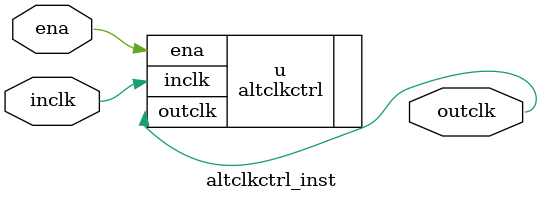
<source format=v>
module altclkctrl_inst (
	input  wire  inclk,
	input  wire  ena,
	output wire  outclk
);
altclkctrl  u (
	.inclk(inclk),
	.ena(ena),
	.outclk(outclk)
);
endmodule

</source>
